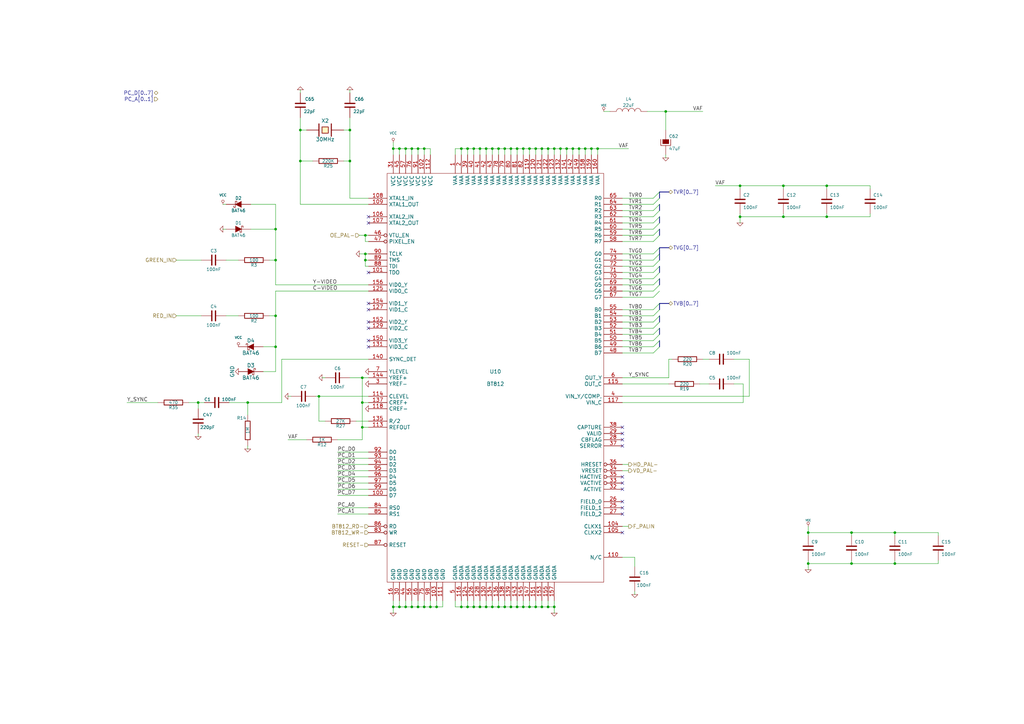
<source format=kicad_sch>
(kicad_sch (version 20200512) (host eeschema "(5.99.0-1735-ga49fde5ce-dirty)")
  (page 1 8)
  (paper "A3")
  (title_block (title "Video") (date "Sun 22 Mar 2015") (rev "2.0B") (company "Kicad EDA"))
  (lib_symbols
    (symbol "video_schlib:BT812" (pin_names (offset 0.762))
      (property "Reference" "U" (at 47.498 85.09 0))
      (property "Value" "BT812" (at 31.242 -85.09 0))
      (symbol "BT812_0_1"
        (rectangle (start -44.45 -83.82) (end 44.45 83.82))
      )
      (symbol "BT812_1_1"
        (pin input line (at -16.51 91.44 270) (length 7.62) (name "VAA") (number "1"))
        (pin tri_state line (at -52.07 -48.26 0) (length 7.62) (name "D7") (number "100"))
        (pin output line (at -52.07 43.18 0) (length 7.62) (name "TDO") (number "101"))
        (pin input line (at -29.21 91.44 270) (length 7.62) (name "VCC") (number "102"))
        (pin input line (at -24.13 -91.44 90) (length 7.62) (name "GND") (number "103"))
        (pin output line (at 52.07 -60.96 180) (length 7.62) (name "CLKX1") (number "104"))
        (pin output line (at 52.07 -63.5 180) (length 7.62) (name "CLKX2") (number "105"))
        (pin input line (at -52.07 66.04 0) (length 7.62) (name "XTAL2_IN") (number "106"))
        (pin output line (at -52.07 63.5 0) (length 7.62) (name "XTAL2_OUT") (number "107"))
        (pin input line (at -52.07 73.66 0) (length 7.62) (name "XTAL1_IN") (number "108"))
        (pin output line (at -52.07 71.12 0) (length 7.62) (name "XTAL1_OUT") (number "109"))
        (pin input line (at 52.07 -73.66 180) (length 7.62) (name "N/C") (number "110"))
        (pin input line (at -21.59 -91.44 90) (length 7.62) (name "GND") (number "111"))
        (pin input line (at -26.67 91.44 270) (length 7.62) (name "VCC") (number "112"))
        (pin output line (at -52.07 -20.32 0) (length 7.62) (name "REFOUT") (number "113"))
        (pin input line (at -52.07 -7.62 0) (length 7.62) (name "CLEVEL") (number "114"))
        (pin output line (at 52.07 -2.54 180) (length 7.62) (name "OUT_C") (number "115"))
        (pin input line (at -13.97 -91.44 90) (length 7.62) (name "GNDA") (number "116"))
        (pin input line (at 52.07 -10.16 180) (length 7.62) (name "VIN_C") (number "117"))
        (pin input line (at -52.07 -12.7 0) (length 7.62) (name "CREF-") (number "118"))
        (pin input line (at 13.97 91.44 270) (length 7.62) (name "VAA") (number "119"))
        (pin input line (at 16.51 91.44 270) (length 7.62) (name "VAA") (number "120"))
        (pin input line (at 19.05 91.44 270) (length 7.62) (name "VAA") (number "121"))
        (pin input line (at 21.59 91.44 270) (length 7.62) (name "VAA") (number "122"))
        (pin passive line (at 24.13 91.44 270) (length 7.62) (name "VAA") (number "123"))
        (pin input line (at -11.43 -91.44 90) (length 7.62) (name "GNDA") (number "124"))
        (pin input line (at -52.07 35.56 0) (length 7.62) (name "VID0_C") (number "125"))
        (pin input line (at -8.89 -91.44 90) (length 7.62) (name "GNDA") (number "126"))
        (pin input line (at -52.07 27.94 0) (length 7.62) (name "VID1_C") (number "127"))
        (pin input line (at -6.35 -91.44 90) (length 7.62) (name "GNDA") (number "128"))
        (pin input line (at -52.07 20.32 0) (length 7.62) (name "VID2_C") (number "129"))
        (pin input line (at -3.81 -91.44 90) (length 7.62) (name "GNDA") (number "130"))
        (pin input line (at -52.07 12.7 0) (length 7.62) (name "VID3_C") (number "131"))
        (pin input line (at 26.67 91.44 270) (length 7.62) (name "VAA") (number "132"))
        (pin input line (at -1.27 -91.44 90) (length 7.62) (name "GNDA") (number "134"))
        (pin input line (at -52.07 -17.78 0) (length 7.62) (name "R/2") (number "135"))
        (pin input line (at 1.27 -91.44 90) (length 7.62) (name "GNDA") (number "136"))
        (pin input line (at -52.07 -10.16 0) (length 7.62) (name "CREF+") (number "137"))
        (pin input line (at 3.81 -91.44 90) (length 7.62) (name "GNDA") (number "138"))
        (pin input line (at 6.35 -91.44 90) (length 7.62) (name "GNDA") (number "139"))
        (pin input line (at -52.07 7.62 0) (length 7.62) (name "SYNC_DET") (number "140"))
        (pin input line (at 29.21 91.44 270) (length 7.62) (name "VAA") (number "141"))
        (pin input line (at 31.75 91.44 270) (length 7.62) (name "VAA") (number "142"))
        (pin input line (at 8.89 -91.44 90) (length 7.62) (name "GNDA") (number "143"))
        (pin input line (at -52.07 0 0) (length 7.62) (name "YREF+") (number "144"))
        (pin input line (at 11.43 -91.44 90) (length 7.62) (name "GNDA") (number "145"))
        (pin input line (at 13.97 -91.44 90) (length 7.62) (name "GNDA") (number "147"))
        (pin input line (at 34.29 91.44 270) (length 7.62) (name "VAA") (number "149"))
        (pin input line (at -52.07 15.24 0) (length 7.62) (name "VID3_Y") (number "150"))
        (pin input line (at 16.51 -91.44 90) (length 7.62) (name "GNDA") (number "151"))
        (pin input line (at -52.07 22.86 0) (length 7.62) (name "VID2_Y") (number "152"))
        (pin input line (at 19.05 -91.44 90) (length 7.62) (name "GNDA") (number "153"))
        (pin input line (at -52.07 30.48 0) (length 7.62) (name "VID1_Y") (number "154"))
        (pin input line (at 21.59 -91.44 90) (length 7.62) (name "GNDA") (number "155"))
        (pin input line (at -52.07 38.1 0) (length 7.62) (name "VID0_Y") (number "156"))
        (pin input line (at 24.13 -91.44 90) (length 7.62) (name "GNDA") (number "157"))
        (pin input line (at 36.83 91.44 270) (length 7.62) (name "VAA") (number "158"))
        (pin input line (at 39.37 91.44 270) (length 7.62) (name "VAA") (number "159"))
        (pin input line (at -41.91 -91.44 90) (length 7.62) (name "GND") (number "16"))
        (pin input line (at 41.91 91.44 270) (length 7.62) (name "VAA") (number "160"))
        (pin input line (at -13.97 91.44 270) (length 7.62) (name "VAA") (number "2"))
        (pin bidirectional line (at 52.07 -53.34 180) (length 7.62) (name "FIELD_1") (number "25"))
        (pin bidirectional line (at 52.07 -50.8 180) (length 7.62) (name "FIELD_0") (number "26"))
        (pin output line (at 52.07 -55.88 180) (length 7.62) (name "FIELD_2") (number "27"))
        (pin output line (at 52.07 -25.4 180) (length 7.62) (name "CBFLAG") (number "28"))
        (pin output line (at 52.07 -22.86 180) (length 7.62) (name "VALID") (number "29"))
        (pin input line (at -52.07 -2.54 0) (length 7.62) (name "YREF-") (number "3"))
        (pin input line (at -39.37 -91.44 90) (length 7.62) (name "GND") (number "30"))
        (pin input line (at -41.91 91.44 270) (length 7.62) (name "VCC") (number "31"))
        (pin output line (at 52.07 -45.72 180) (length 7.62) (name "ACTIVE") (number "32"))
        (pin output inverted (at 52.07 -43.18 180) (length 7.62) (name "VACTIVE") (number "33"))
        (pin output inverted (at 52.07 -38.1 180) (length 7.62) (name "VRESET") (number "34"))
        (pin output inverted (at 52.07 -40.64 180) (length 7.62) (name "HACTIVE") (number "35"))
        (pin output inverted (at 52.07 -35.56 180) (length 7.62) (name "HRESET") (number "36"))
        (pin output line (at 52.07 -27.94 180) (length 7.62) (name "SERROR") (number "37"))
        (pin output line (at 52.07 -20.32 180) (length 7.62) (name "CAPTURE") (number "38"))
        (pin input line (at -11.43 91.44 270) (length 7.62) (name "VAA") (number "39"))
        (pin input line (at 52.07 -7.62 180) (length 7.62) (name "VIN_Y/COMP.") (number "4"))
        (pin input line (at -8.89 91.44 270) (length 7.62) (name "VAA") (number "40"))
        (pin input line (at -6.35 91.44 270) (length 7.62) (name "VAA") (number "41"))
        (pin input line (at -3.81 91.44 270) (length 7.62) (name "VAA") (number "42"))
        (pin input line (at -1.27 91.44 270) (length 7.62) (name "VAA") (number "43"))
        (pin input line (at -36.83 -91.44 90) (length 7.62) (name "GND") (number "44"))
        (pin input line (at -39.37 91.44 270) (length 7.62) (name "VCC") (number "45"))
        (pin input inverted (at -52.07 58.42 0) (length 7.62) (name "VTU_EN") (number "46"))
        (pin input inverted (at -52.07 55.88 0) (length 7.62) (name "PIXEL_EN") (number "47"))
        (pin tri_state line (at 52.07 10.16 180) (length 7.62) (name "B7") (number "48"))
        (pin tri_state line (at 52.07 12.7 180) (length 7.62) (name "B6") (number "49"))
        (pin input line (at -16.51 -91.44 90) (length 7.62) (name "GNDA") (number "5"))
        (pin tri_state line (at 52.07 15.24 180) (length 7.62) (name "B5") (number "50"))
        (pin tri_state line (at 52.07 17.78 180) (length 7.62) (name "B4") (number "51"))
        (pin tri_state line (at 52.07 20.32 180) (length 7.62) (name "B3") (number "52"))
        (pin tri_state line (at 52.07 22.86 180) (length 7.62) (name "B2") (number "53"))
        (pin tri_state line (at 52.07 25.4 180) (length 7.62) (name "B1") (number "54"))
        (pin tri_state line (at 52.07 27.94 180) (length 7.62) (name "B0") (number "55"))
        (pin input line (at -34.29 -91.44 90) (length 7.62) (name "GND") (number "56"))
        (pin input line (at -36.83 91.44 270) (length 7.62) (name "VCC") (number "57"))
        (pin tri_state line (at 52.07 55.88 180) (length 7.62) (name "R7") (number "58"))
        (pin tri_state line (at 52.07 58.42 180) (length 7.62) (name "R6") (number "59"))
        (pin output line (at 52.07 0 180) (length 7.62) (name "OUT_Y") (number "6"))
        (pin tri_state line (at 52.07 60.96 180) (length 7.62) (name "R5") (number "60"))
        (pin tri_state line (at 52.07 63.5 180) (length 7.62) (name "R4") (number "61"))
        (pin tri_state line (at 52.07 66.04 180) (length 7.62) (name "R3") (number "62"))
        (pin tri_state line (at 52.07 68.58 180) (length 7.62) (name "R2") (number "63"))
        (pin tri_state line (at 52.07 71.12 180) (length 7.62) (name "R1") (number "64"))
        (pin tri_state line (at 52.07 73.66 180) (length 7.62) (name "R0") (number "65"))
        (pin input line (at -31.75 -91.44 90) (length 7.62) (name "GND") (number "66"))
        (pin tri_state line (at 52.07 33.02 180) (length 7.62) (name "G7") (number "67"))
        (pin tri_state line (at 52.07 35.56 180) (length 7.62) (name "G6") (number "68"))
        (pin tri_state line (at 52.07 38.1 180) (length 7.62) (name "G5") (number "69"))
        (pin input line (at -52.07 2.54 0) (length 7.62) (name "YLEVEL") (number "7"))
        (pin tri_state line (at 52.07 40.64 180) (length 7.62) (name "G4") (number "70"))
        (pin tri_state line (at 52.07 43.18 180) (length 7.62) (name "G3") (number "71"))
        (pin tri_state line (at 52.07 45.72 180) (length 7.62) (name "G2") (number "72"))
        (pin tri_state line (at 52.07 48.26 180) (length 7.62) (name "G1") (number "73"))
        (pin tri_state line (at 52.07 50.8 180) (length 7.62) (name "G0") (number "74"))
        (pin input line (at -29.21 -91.44 90) (length 7.62) (name "GND") (number "75"))
        (pin input line (at -34.29 91.44 270) (length 7.62) (name "VCC") (number "76"))
        (pin input line (at 1.27 91.44 270) (length 7.62) (name "VAA") (number "78"))
        (pin input line (at 3.81 91.44 270) (length 7.62) (name "VAA") (number "79"))
        (pin input line (at 6.35 91.44 270) (length 7.62) (name "VAA") (number "80"))
        (pin input line (at 8.89 91.44 270) (length 7.62) (name "VAA") (number "81"))
        (pin input line (at 11.43 91.44 270) (length 7.62) (name "VAA") (number "82"))
        (pin input inverted (at -52.07 -63.5 0) (length 7.62) (name "WR") (number "83"))
        (pin input line (at -52.07 -53.34 0) (length 7.62) (name "RS0") (number "84"))
        (pin input line (at -52.07 -55.88 0) (length 7.62) (name "RS1") (number "85"))
        (pin input inverted (at -52.07 -60.96 0) (length 7.62) (name "RD") (number "86"))
        (pin input inverted (at -52.07 -68.58 0) (length 7.62) (name "RESET") (number "87"))
        (pin input line (at -52.07 45.72 0) (length 7.62) (name "TDI") (number "88"))
        (pin input line (at -52.07 48.26 0) (length 7.62) (name "TMS") (number "89"))
        (pin input line (at -52.07 50.8 0) (length 7.62) (name "TCLK") (number "90"))
        (pin passive line (at -31.75 91.44 270) (length 7.62) (name "VCC") (number "91"))
        (pin tri_state line (at -52.07 -30.48 0) (length 7.62) (name "D0") (number "92"))
        (pin tri_state line (at -52.07 -33.02 0) (length 7.62) (name "D1") (number "93"))
        (pin tri_state line (at -52.07 -35.56 0) (length 7.62) (name "D2") (number "94"))
        (pin tri_state line (at -52.07 -38.1 0) (length 7.62) (name "D3") (number "95"))
        (pin tri_state line (at -52.07 -40.64 0) (length 7.62) (name "D4") (number "96"))
        (pin tri_state line (at -52.07 -43.18 0) (length 7.62) (name "D5") (number "97"))
        (pin input line (at -26.67 -91.44 90) (length 7.62) (name "GND") (number "98"))
        (pin tri_state line (at -52.07 -45.72 0) (length 7.62) (name "D6") (number "99"))
      )
    )
    (symbol "video_schlib:C" (pin_numbers hide) (pin_names (offset 0.254))
      (property "Reference" "C" (at 0 2.54 0))
      (property "Value" "C" (at 0.1524 -2.159 0))
      (symbol "C_0_1"
        (polyline (pts (xy -2.032 -0.762) (xy 2.032 -0.762)) (stroke (width 0.508)))
        (polyline (pts (xy -2.032 0.762) (xy 2.032 0.762)) (stroke (width 0.508)))
      )
      (symbol "C_1_1"
        (pin passive line (at 0 5.08 270) (length 4.318) (name "~") (number "1"))
        (pin passive line (at 0 -5.08 90) (length 4.318) (name "~") (number "2"))
      )
    )
    (symbol "video_schlib:CP" (pin_numbers hide) (pin_names (offset 0.254) hide)
      (property "Reference" "C" (at 1.27 2.54 0))
      (property "Value" "CP" (at 1.27 -2.54 0))
      (symbol "CP_0_1"
        (polyline (pts (xy -2.032 1.27) (xy -2.032 -1.27) (xy 2.032 -1.27) (xy 2.032 1.27)) (stroke (width 0.2032)))
        (polyline (pts (xy -1.27 1.27) (xy -1.27 -0.508) (xy 1.27 -0.508) (xy 1.27 1.27)) (fill (type outline)))
      )
      (symbol "CP_1_1"
        (pin passive line (at 0 5.08 270) (length 3.81) (name "~") (number "1"))
        (pin passive line (at 0 -5.08 90) (length 3.81) (name "~") (number "2"))
      )
    )
    (symbol "video_schlib:CRYSTAL" (pin_numbers hide) (pin_names hide)
      (property "Reference" "X" (at 0 3.81 0))
      (property "Value" "CRYSTAL" (at 0 -3.81 0))
      (symbol "CRYSTAL_0_1"
        (polyline (pts (xy -2.54 2.54) (xy -2.54 -2.54)) (stroke (width 0.4064)))
        (polyline (pts (xy 2.54 2.54) (xy 2.54 -2.54)) (stroke (width 0.4064)))
        (polyline (pts (xy -1.27 1.27) (xy 1.27 1.27) (xy 1.27 -1.27) (xy -1.27 -1.27) (xy -1.27 1.27)) (stroke (width 0.3048)) (fill (type background)))
      )
      (symbol "CRYSTAL_1_1"
        (pin passive line (at -7.62 0 0) (length 5.08) (name "1") (number "1"))
        (pin passive line (at 7.62 0 180) (length 5.08) (name "2") (number "2"))
      )
    )
    (symbol "video_schlib:DIODESCH" (pin_numbers hide) (pin_names hide)
      (property "Reference" "D" (at 0 2.54 0))
      (property "Value" "DIODESCH" (at 0 -2.54 0))
      (symbol "DIODESCH_0_1"
        (polyline (pts (xy -1.27 1.27) (xy 1.27 0) (xy -1.27 -1.27)) (fill (type outline)))
        (polyline (pts (xy 1.905 0.635) (xy 1.905 1.27) (xy 1.27 1.27) (xy 1.27 -1.27) (xy 0.635 -1.27) (xy 0.635 -0.635)) (stroke (width 0.2032)))
      )
      (symbol "DIODESCH_1_1"
        (pin passive line (at -5.08 0 0) (length 3.81) (name "A") (number "1"))
        (pin passive line (at 5.08 0 180) (length 3.81) (name "K") (number "2"))
      )
    )
    (symbol "video_schlib:GND" (power) (pin_names (offset 0))
      (symbol "GND_0_1"
        (polyline (pts (xy -1.27 0) (xy 0 -1.27) (xy 1.27 0) (xy -1.27 0)))
      )
      (symbol "GND_1_1"
        (pin power_in line (at 0 0 90) (length 0) (name "GND") (number "1") hide)
      )
    )
    (symbol "video_schlib:INDUCTOR" (pin_numbers hide) (pin_names hide)
      (property "Reference" "L" (at -1.27 0 90))
      (property "Value" "INDUCTOR" (at 2.54 0 90))
      (symbol "INDUCTOR_0_1"
        (arc (start 0.0254 -5.0546) (end 0.0254 -2.54) (radius (at 0 -3.81) (length 1.27) (angles -88.9 88.9)))
        (arc (start 0.0254 -2.5146) (end 0.0254 0.0508) (radius (at 0 -1.2446) (length 1.2954) (angles -88.9 88.9)))
        (arc (start 0.0254 0.0254) (end 0.0254 2.5908) (radius (at 0 1.2954) (length 1.2954) (angles -88.9 88.9)))
        (arc (start 0.0254 2.5654) (end 0.0254 4.9784) (radius (at 0 3.7592) (length 1.2192) (angles -88.9 88.9)))
      )
      (symbol "INDUCTOR_1_1"
        (pin passive line (at 0 7.62 270) (length 2.54) (name "1") (number "1"))
        (pin passive line (at 0 -7.62 90) (length 2.54) (name "2") (number "2"))
      )
    )
    (symbol "video_schlib:R" (pin_numbers hide) (pin_names (offset 0))
      (property "Reference" "R" (at 2.032 0 90))
      (property "Value" "R" (at 0.1778 0.0254 90))
      (symbol "R_0_1"
        (rectangle (start -1.016 3.81) (end 1.016 -3.81) (stroke (width 0.3048)))
      )
      (symbol "R_1_1"
        (pin passive line (at 0 6.35 270) (length 2.54) (name "~") (number "1"))
        (pin passive line (at 0 -6.35 90) (length 2.54) (name "~") (number "2"))
      )
    )
    (symbol "video_schlib:VCC" (power) (pin_names (offset 0))
      (property "Value" "VCC" (at 0 2.54 0))
      (symbol "VCC_0_1"
        (circle (center 0 1.27) (radius 0.508))
        (polyline (pts (xy 0 0) (xy 0 0.762) (xy 0 0.762)))
      )
      (symbol "VCC_0_0"
        (pin power_in line (at 0 0 90) (length 0) (name "VCC") (number "1") hide)
      )
    )
  )
  (junction (at 81.28 165.1))
  (junction (at 101.6 165.1))
  (junction (at 113.03 93.98))
  (junction (at 113.03 106.68))
  (junction (at 113.03 129.54))
  (junction (at 113.03 142.24))
  (junction (at 123.19 53.34))
  (junction (at 123.19 66.04))
  (junction (at 130.81 162.56))
  (junction (at 143.51 53.34))
  (junction (at 143.51 66.04))
  (junction (at 148.59 154.94))
  (junction (at 148.59 165.1))
  (junction (at 148.59 175.26))
  (junction (at 149.86 96.52))
  (junction (at 149.86 104.14))
  (junction (at 149.86 106.68))
  (junction (at 161.29 60.96))
  (junction (at 161.29 248.92))
  (junction (at 163.83 60.96))
  (junction (at 163.83 248.92))
  (junction (at 166.37 60.96))
  (junction (at 166.37 248.92))
  (junction (at 168.91 60.96))
  (junction (at 168.91 248.92))
  (junction (at 171.45 60.96))
  (junction (at 171.45 248.92))
  (junction (at 173.99 60.96))
  (junction (at 173.99 248.92))
  (junction (at 176.53 248.92))
  (junction (at 179.07 248.92))
  (junction (at 189.23 60.96))
  (junction (at 189.23 248.92))
  (junction (at 191.77 60.96))
  (junction (at 191.77 248.92))
  (junction (at 194.31 60.96))
  (junction (at 194.31 248.92))
  (junction (at 196.85 60.96))
  (junction (at 196.85 248.92))
  (junction (at 199.39 60.96))
  (junction (at 199.39 248.92))
  (junction (at 201.93 60.96))
  (junction (at 201.93 248.92))
  (junction (at 204.47 60.96))
  (junction (at 204.47 248.92))
  (junction (at 207.01 60.96))
  (junction (at 207.01 248.92))
  (junction (at 209.55 60.96))
  (junction (at 209.55 248.92))
  (junction (at 212.09 60.96))
  (junction (at 212.09 248.92))
  (junction (at 214.63 60.96))
  (junction (at 214.63 248.92))
  (junction (at 217.17 60.96))
  (junction (at 217.17 248.92))
  (junction (at 219.71 60.96))
  (junction (at 219.71 248.92))
  (junction (at 222.25 60.96))
  (junction (at 222.25 248.92))
  (junction (at 224.79 60.96))
  (junction (at 224.79 248.92))
  (junction (at 227.33 60.96))
  (junction (at 227.33 248.92))
  (junction (at 229.87 60.96))
  (junction (at 232.41 60.96))
  (junction (at 234.95 60.96))
  (junction (at 237.49 60.96))
  (junction (at 240.03 60.96))
  (junction (at 242.57 60.96))
  (junction (at 245.11 60.96))
  (junction (at 273.05 45.72))
  (junction (at 303.53 76.2))
  (junction (at 303.53 88.9))
  (junction (at 321.31 76.2))
  (junction (at 321.31 88.9))
  (junction (at 331.47 218.44))
  (junction (at 331.47 231.14))
  (junction (at 339.09 76.2))
  (junction (at 339.09 88.9))
  (junction (at 349.25 218.44))
  (junction (at 349.25 231.14))
  (junction (at 367.03 218.44))
  (junction (at 367.03 231.14))
  (no_connect (at 151.13 134.62))
  (no_connect (at 255.27 177.8))
  (no_connect (at 151.13 91.44))
  (no_connect (at 151.13 127))
  (no_connect (at 255.27 195.58))
  (no_connect (at 255.27 198.12))
  (no_connect (at 255.27 182.88))
  (no_connect (at 151.13 132.08))
  (no_connect (at 255.27 205.74))
  (no_connect (at 255.27 210.82))
  (no_connect (at 255.27 218.44))
  (no_connect (at 255.27 200.66))
  (no_connect (at 151.13 142.24))
  (no_connect (at 151.13 111.76))
  (no_connect (at 151.13 124.46))
  (no_connect (at 151.13 88.9))
  (no_connect (at 255.27 175.26))
  (no_connect (at 151.13 139.7))
  (no_connect (at 255.27 180.34))
  (no_connect (at 255.27 208.28))
  (bus_entry (at 267.97 81.28) (size 2.54 -2.54))
  (bus_entry (at 267.97 83.82) (size 2.54 -2.54))
  (bus_entry (at 267.97 86.36) (size 2.54 -2.54))
  (bus_entry (at 267.97 88.9) (size 2.54 -2.54))
  (bus_entry (at 267.97 91.44) (size 2.54 -2.54))
  (bus_entry (at 267.97 93.98) (size 2.54 -2.54))
  (bus_entry (at 267.97 96.52) (size 2.54 -2.54))
  (bus_entry (at 267.97 99.06) (size 2.54 -2.54))
  (bus_entry (at 267.97 104.14) (size 2.54 -2.54))
  (bus_entry (at 267.97 106.68) (size 2.54 -2.54))
  (bus_entry (at 267.97 109.22) (size 2.54 -2.54))
  (bus_entry (at 267.97 111.76) (size 2.54 -2.54))
  (bus_entry (at 267.97 114.3) (size 2.54 -2.54))
  (bus_entry (at 267.97 116.84) (size 2.54 -2.54))
  (bus_entry (at 267.97 119.38) (size 2.54 -2.54))
  (bus_entry (at 267.97 121.92) (size 2.54 -2.54))
  (bus_entry (at 267.97 127) (size 2.54 -2.54))
  (bus_entry (at 267.97 129.54) (size 2.54 -2.54))
  (bus_entry (at 267.97 132.08) (size 2.54 -2.54))
  (bus_entry (at 267.97 134.62) (size 2.54 -2.54))
  (bus_entry (at 267.97 137.16) (size 2.54 -2.54))
  (bus_entry (at 267.97 139.7) (size 2.54 -2.54))
  (bus_entry (at 267.97 142.24) (size 2.54 -2.54))
  (bus_entry (at 267.97 144.78) (size 2.54 -2.54))
  (wire (pts (xy 52.07 165.1) (xy 64.77 165.1)))
  (wire (pts (xy 72.39 106.68) (xy 82.55 106.68)))
  (wire (pts (xy 72.39 129.54) (xy 82.55 129.54)))
  (wire (pts (xy 77.47 165.1) (xy 81.28 165.1)))
  (wire (pts (xy 81.28 165.1) (xy 81.28 167.64)))
  (wire (pts (xy 81.28 165.1) (xy 83.82 165.1)))
  (wire (pts (xy 81.28 177.8) (xy 81.28 179.07)))
  (wire (pts (xy 91.44 83.82) (xy 92.71 83.82)))
  (wire (pts (xy 91.44 93.98) (xy 92.71 93.98)))
  (wire (pts (xy 92.71 106.68) (xy 97.79 106.68)))
  (wire (pts (xy 92.71 129.54) (xy 97.79 129.54)))
  (wire (pts (xy 93.98 165.1) (xy 101.6 165.1)))
  (wire (pts (xy 101.6 165.1) (xy 101.6 170.18)))
  (wire (pts (xy 101.6 165.1) (xy 115.57 165.1)))
  (wire (pts (xy 101.6 182.88) (xy 101.6 184.15)))
  (wire (pts (xy 102.87 83.82) (xy 113.03 83.82)))
  (wire (pts (xy 102.87 93.98) (xy 113.03 93.98)))
  (wire (pts (xy 107.95 142.24) (xy 113.03 142.24)))
  (wire (pts (xy 110.49 106.68) (xy 113.03 106.68)))
  (wire (pts (xy 110.49 129.54) (xy 113.03 129.54)))
  (wire (pts (xy 113.03 83.82) (xy 113.03 93.98)))
  (wire (pts (xy 113.03 93.98) (xy 113.03 106.68)))
  (wire (pts (xy 113.03 106.68) (xy 113.03 116.84)))
  (wire (pts (xy 113.03 116.84) (xy 151.13 116.84)))
  (wire (pts (xy 113.03 119.38) (xy 113.03 129.54)))
  (wire (pts (xy 113.03 129.54) (xy 113.03 142.24)))
  (wire (pts (xy 113.03 142.24) (xy 113.03 152.4)))
  (wire (pts (xy 113.03 152.4) (xy 107.95 152.4)))
  (wire (pts (xy 115.57 165.1) (xy 115.57 147.32)))
  (wire (pts (xy 118.11 162.56) (xy 119.38 162.56)))
  (wire (pts (xy 118.11 180.34) (xy 125.73 180.34)))
  (wire (pts (xy 123.19 38.1) (xy 123.19 36.83)))
  (wire (pts (xy 123.19 48.26) (xy 123.19 53.34)))
  (wire (pts (xy 123.19 53.34) (xy 123.19 66.04)))
  (wire (pts (xy 123.19 53.34) (xy 125.73 53.34)))
  (wire (pts (xy 123.19 66.04) (xy 123.19 83.82)))
  (wire (pts (xy 123.19 66.04) (xy 128.27 66.04)))
  (wire (pts (xy 123.19 83.82) (xy 151.13 83.82)))
  (wire (pts (xy 129.54 162.56) (xy 130.81 162.56)))
  (wire (pts (xy 130.81 162.56) (xy 130.81 172.72)))
  (wire (pts (xy 130.81 162.56) (xy 151.13 162.56)))
  (wire (pts (xy 130.81 172.72) (xy 133.35 172.72)))
  (wire (pts (xy 132.08 154.94) (xy 133.35 154.94)))
  (wire (pts (xy 138.43 185.42) (xy 151.13 185.42)))
  (wire (pts (xy 138.43 187.96) (xy 151.13 187.96)))
  (wire (pts (xy 138.43 190.5) (xy 151.13 190.5)))
  (wire (pts (xy 138.43 193.04) (xy 151.13 193.04)))
  (wire (pts (xy 138.43 195.58) (xy 151.13 195.58)))
  (wire (pts (xy 138.43 198.12) (xy 151.13 198.12)))
  (wire (pts (xy 138.43 200.66) (xy 151.13 200.66)))
  (wire (pts (xy 138.43 203.2) (xy 151.13 203.2)))
  (wire (pts (xy 138.43 208.28) (xy 151.13 208.28)))
  (wire (pts (xy 138.43 210.82) (xy 151.13 210.82)))
  (wire (pts (xy 140.97 53.34) (xy 143.51 53.34)))
  (wire (pts (xy 140.97 66.04) (xy 143.51 66.04)))
  (wire (pts (xy 143.51 36.83) (xy 143.51 38.1)))
  (wire (pts (xy 143.51 48.26) (xy 143.51 53.34)))
  (wire (pts (xy 143.51 53.34) (xy 143.51 66.04)))
  (wire (pts (xy 143.51 66.04) (xy 143.51 81.28)))
  (wire (pts (xy 143.51 81.28) (xy 151.13 81.28)))
  (wire (pts (xy 143.51 154.94) (xy 148.59 154.94)))
  (wire (pts (xy 146.05 172.72) (xy 151.13 172.72)))
  (wire (pts (xy 147.32 96.52) (xy 149.86 96.52)))
  (wire (pts (xy 147.32 104.14) (xy 149.86 104.14)))
  (wire (pts (xy 148.59 154.94) (xy 148.59 165.1)))
  (wire (pts (xy 148.59 154.94) (xy 151.13 154.94)))
  (wire (pts (xy 148.59 165.1) (xy 148.59 175.26)))
  (wire (pts (xy 148.59 165.1) (xy 151.13 165.1)))
  (wire (pts (xy 148.59 175.26) (xy 148.59 180.34)))
  (wire (pts (xy 148.59 175.26) (xy 151.13 175.26)))
  (wire (pts (xy 148.59 180.34) (xy 138.43 180.34)))
  (wire (pts (xy 149.86 96.52) (xy 151.13 96.52)))
  (wire (pts (xy 149.86 99.06) (xy 149.86 96.52)))
  (wire (pts (xy 149.86 104.14) (xy 149.86 106.68)))
  (wire (pts (xy 149.86 104.14) (xy 151.13 104.14)))
  (wire (pts (xy 149.86 106.68) (xy 149.86 109.22)))
  (wire (pts (xy 149.86 106.68) (xy 151.13 106.68)))
  (wire (pts (xy 149.86 109.22) (xy 151.13 109.22)))
  (wire (pts (xy 151.13 99.06) (xy 149.86 99.06)))
  (wire (pts (xy 151.13 119.38) (xy 113.03 119.38)))
  (wire (pts (xy 151.13 147.32) (xy 115.57 147.32)))
  (wire (pts (xy 161.29 58.42) (xy 161.29 60.96)))
  (wire (pts (xy 161.29 60.96) (xy 161.29 63.5)))
  (wire (pts (xy 161.29 60.96) (xy 163.83 60.96)))
  (wire (pts (xy 161.29 246.38) (xy 161.29 248.92)))
  (wire (pts (xy 161.29 248.92) (xy 161.29 251.46)))
  (wire (pts (xy 161.29 248.92) (xy 163.83 248.92)))
  (wire (pts (xy 163.83 60.96) (xy 163.83 63.5)))
  (wire (pts (xy 163.83 60.96) (xy 166.37 60.96)))
  (wire (pts (xy 163.83 246.38) (xy 163.83 248.92)))
  (wire (pts (xy 163.83 248.92) (xy 166.37 248.92)))
  (wire (pts (xy 166.37 60.96) (xy 166.37 63.5)))
  (wire (pts (xy 166.37 60.96) (xy 168.91 60.96)))
  (wire (pts (xy 166.37 246.38) (xy 166.37 248.92)))
  (wire (pts (xy 166.37 248.92) (xy 168.91 248.92)))
  (wire (pts (xy 168.91 60.96) (xy 168.91 63.5)))
  (wire (pts (xy 168.91 60.96) (xy 171.45 60.96)))
  (wire (pts (xy 168.91 246.38) (xy 168.91 248.92)))
  (wire (pts (xy 168.91 248.92) (xy 171.45 248.92)))
  (wire (pts (xy 171.45 60.96) (xy 171.45 63.5)))
  (wire (pts (xy 171.45 60.96) (xy 173.99 60.96)))
  (wire (pts (xy 171.45 246.38) (xy 171.45 248.92)))
  (wire (pts (xy 171.45 248.92) (xy 173.99 248.92)))
  (wire (pts (xy 173.99 60.96) (xy 173.99 63.5)))
  (wire (pts (xy 173.99 60.96) (xy 176.53 60.96)))
  (wire (pts (xy 173.99 246.38) (xy 173.99 248.92)))
  (wire (pts (xy 173.99 248.92) (xy 176.53 248.92)))
  (wire (pts (xy 176.53 60.96) (xy 176.53 63.5)))
  (wire (pts (xy 176.53 246.38) (xy 176.53 248.92)))
  (wire (pts (xy 176.53 248.92) (xy 179.07 248.92)))
  (wire (pts (xy 179.07 246.38) (xy 179.07 248.92)))
  (wire (pts (xy 179.07 248.92) (xy 181.61 248.92)))
  (wire (pts (xy 181.61 248.92) (xy 181.61 246.38)))
  (wire (pts (xy 186.69 60.96) (xy 186.69 63.5)))
  (wire (pts (xy 186.69 60.96) (xy 189.23 60.96)))
  (wire (pts (xy 186.69 248.92) (xy 186.69 246.38)))
  (wire (pts (xy 186.69 248.92) (xy 189.23 248.92)))
  (wire (pts (xy 189.23 60.96) (xy 189.23 63.5)))
  (wire (pts (xy 189.23 60.96) (xy 191.77 60.96)))
  (wire (pts (xy 189.23 246.38) (xy 189.23 248.92)))
  (wire (pts (xy 189.23 248.92) (xy 191.77 248.92)))
  (wire (pts (xy 191.77 60.96) (xy 191.77 63.5)))
  (wire (pts (xy 191.77 60.96) (xy 194.31 60.96)))
  (wire (pts (xy 191.77 246.38) (xy 191.77 248.92)))
  (wire (pts (xy 191.77 248.92) (xy 194.31 248.92)))
  (wire (pts (xy 194.31 60.96) (xy 194.31 63.5)))
  (wire (pts (xy 194.31 60.96) (xy 196.85 60.96)))
  (wire (pts (xy 194.31 246.38) (xy 194.31 248.92)))
  (wire (pts (xy 194.31 248.92) (xy 196.85 248.92)))
  (wire (pts (xy 196.85 60.96) (xy 196.85 63.5)))
  (wire (pts (xy 196.85 60.96) (xy 199.39 60.96)))
  (wire (pts (xy 196.85 246.38) (xy 196.85 248.92)))
  (wire (pts (xy 196.85 248.92) (xy 199.39 248.92)))
  (wire (pts (xy 199.39 60.96) (xy 199.39 63.5)))
  (wire (pts (xy 199.39 60.96) (xy 201.93 60.96)))
  (wire (pts (xy 199.39 246.38) (xy 199.39 248.92)))
  (wire (pts (xy 199.39 248.92) (xy 201.93 248.92)))
  (wire (pts (xy 201.93 60.96) (xy 201.93 63.5)))
  (wire (pts (xy 201.93 60.96) (xy 204.47 60.96)))
  (wire (pts (xy 201.93 246.38) (xy 201.93 248.92)))
  (wire (pts (xy 201.93 248.92) (xy 204.47 248.92)))
  (wire (pts (xy 204.47 60.96) (xy 204.47 63.5)))
  (wire (pts (xy 204.47 60.96) (xy 207.01 60.96)))
  (wire (pts (xy 204.47 246.38) (xy 204.47 248.92)))
  (wire (pts (xy 204.47 248.92) (xy 207.01 248.92)))
  (wire (pts (xy 207.01 60.96) (xy 207.01 63.5)))
  (wire (pts (xy 207.01 60.96) (xy 209.55 60.96)))
  (wire (pts (xy 207.01 246.38) (xy 207.01 248.92)))
  (wire (pts (xy 207.01 248.92) (xy 209.55 248.92)))
  (wire (pts (xy 209.55 60.96) (xy 209.55 63.5)))
  (wire (pts (xy 209.55 60.96) (xy 212.09 60.96)))
  (wire (pts (xy 209.55 246.38) (xy 209.55 248.92)))
  (wire (pts (xy 209.55 248.92) (xy 212.09 248.92)))
  (wire (pts (xy 212.09 60.96) (xy 212.09 63.5)))
  (wire (pts (xy 212.09 60.96) (xy 214.63 60.96)))
  (wire (pts (xy 212.09 246.38) (xy 212.09 248.92)))
  (wire (pts (xy 212.09 248.92) (xy 214.63 248.92)))
  (wire (pts (xy 214.63 60.96) (xy 214.63 63.5)))
  (wire (pts (xy 214.63 60.96) (xy 217.17 60.96)))
  (wire (pts (xy 214.63 246.38) (xy 214.63 248.92)))
  (wire (pts (xy 214.63 248.92) (xy 217.17 248.92)))
  (wire (pts (xy 217.17 60.96) (xy 217.17 63.5)))
  (wire (pts (xy 217.17 60.96) (xy 219.71 60.96)))
  (wire (pts (xy 217.17 246.38) (xy 217.17 248.92)))
  (wire (pts (xy 217.17 248.92) (xy 219.71 248.92)))
  (wire (pts (xy 219.71 60.96) (xy 219.71 63.5)))
  (wire (pts (xy 219.71 60.96) (xy 222.25 60.96)))
  (wire (pts (xy 219.71 246.38) (xy 219.71 248.92)))
  (wire (pts (xy 219.71 248.92) (xy 222.25 248.92)))
  (wire (pts (xy 222.25 60.96) (xy 222.25 63.5)))
  (wire (pts (xy 222.25 60.96) (xy 224.79 60.96)))
  (wire (pts (xy 222.25 246.38) (xy 222.25 248.92)))
  (wire (pts (xy 222.25 248.92) (xy 224.79 248.92)))
  (wire (pts (xy 224.79 60.96) (xy 224.79 63.5)))
  (wire (pts (xy 224.79 60.96) (xy 227.33 60.96)))
  (wire (pts (xy 224.79 246.38) (xy 224.79 248.92)))
  (wire (pts (xy 224.79 248.92) (xy 227.33 248.92)))
  (wire (pts (xy 227.33 60.96) (xy 227.33 63.5)))
  (wire (pts (xy 227.33 60.96) (xy 229.87 60.96)))
  (wire (pts (xy 227.33 246.38) (xy 227.33 248.92)))
  (wire (pts (xy 227.33 248.92) (xy 227.33 251.46)))
  (wire (pts (xy 229.87 60.96) (xy 229.87 63.5)))
  (wire (pts (xy 229.87 60.96) (xy 232.41 60.96)))
  (wire (pts (xy 232.41 60.96) (xy 232.41 63.5)))
  (wire (pts (xy 232.41 60.96) (xy 234.95 60.96)))
  (wire (pts (xy 234.95 60.96) (xy 234.95 63.5)))
  (wire (pts (xy 234.95 60.96) (xy 237.49 60.96)))
  (wire (pts (xy 237.49 60.96) (xy 237.49 63.5)))
  (wire (pts (xy 237.49 60.96) (xy 240.03 60.96)))
  (wire (pts (xy 240.03 60.96) (xy 240.03 63.5)))
  (wire (pts (xy 240.03 60.96) (xy 242.57 60.96)))
  (wire (pts (xy 242.57 60.96) (xy 242.57 63.5)))
  (wire (pts (xy 242.57 60.96) (xy 245.11 60.96)))
  (wire (pts (xy 245.11 60.96) (xy 245.11 63.5)))
  (wire (pts (xy 245.11 60.96) (xy 257.81 60.96)))
  (wire (pts (xy 247.65 45.72) (xy 250.19 45.72)))
  (wire (pts (xy 255.27 81.28) (xy 267.97 81.28)))
  (wire (pts (xy 255.27 83.82) (xy 267.97 83.82)))
  (wire (pts (xy 255.27 86.36) (xy 267.97 86.36)))
  (wire (pts (xy 255.27 88.9) (xy 267.97 88.9)))
  (wire (pts (xy 255.27 91.44) (xy 267.97 91.44)))
  (wire (pts (xy 255.27 93.98) (xy 267.97 93.98)))
  (wire (pts (xy 255.27 96.52) (xy 267.97 96.52)))
  (wire (pts (xy 255.27 99.06) (xy 267.97 99.06)))
  (wire (pts (xy 255.27 104.14) (xy 267.97 104.14)))
  (wire (pts (xy 255.27 106.68) (xy 267.97 106.68)))
  (wire (pts (xy 255.27 109.22) (xy 267.97 109.22)))
  (wire (pts (xy 255.27 111.76) (xy 267.97 111.76)))
  (wire (pts (xy 255.27 114.3) (xy 267.97 114.3)))
  (wire (pts (xy 255.27 116.84) (xy 267.97 116.84)))
  (wire (pts (xy 255.27 119.38) (xy 267.97 119.38)))
  (wire (pts (xy 255.27 121.92) (xy 267.97 121.92)))
  (wire (pts (xy 255.27 127) (xy 267.97 127)))
  (wire (pts (xy 255.27 129.54) (xy 267.97 129.54)))
  (wire (pts (xy 255.27 132.08) (xy 267.97 132.08)))
  (wire (pts (xy 255.27 134.62) (xy 267.97 134.62)))
  (wire (pts (xy 255.27 137.16) (xy 267.97 137.16)))
  (wire (pts (xy 255.27 139.7) (xy 267.97 139.7)))
  (wire (pts (xy 255.27 142.24) (xy 267.97 142.24)))
  (wire (pts (xy 255.27 144.78) (xy 267.97 144.78)))
  (wire (pts (xy 255.27 154.94) (xy 274.32 154.94)))
  (wire (pts (xy 255.27 157.48) (xy 274.32 157.48)))
  (wire (pts (xy 255.27 162.56) (xy 307.34 162.56)))
  (wire (pts (xy 255.27 165.1) (xy 304.8 165.1)))
  (wire (pts (xy 255.27 190.5) (xy 257.81 190.5)))
  (wire (pts (xy 255.27 193.04) (xy 257.81 193.04)))
  (wire (pts (xy 255.27 215.9) (xy 257.81 215.9)))
  (wire (pts (xy 255.27 228.6) (xy 260.35 228.6)))
  (wire (pts (xy 260.35 228.6) (xy 260.35 232.41)))
  (wire (pts (xy 260.35 243.84) (xy 260.35 242.57)))
  (wire (pts (xy 265.43 45.72) (xy 273.05 45.72)))
  (wire (pts (xy 273.05 45.72) (xy 273.05 53.34)))
  (wire (pts (xy 273.05 45.72) (xy 288.29 45.72)))
  (wire (pts (xy 273.05 64.77) (xy 273.05 63.5)))
  (wire (pts (xy 274.32 147.32) (xy 275.59 147.32)))
  (wire (pts (xy 274.32 154.94) (xy 274.32 147.32)))
  (wire (pts (xy 287.02 157.48) (xy 290.83 157.48)))
  (wire (pts (xy 288.29 147.32) (xy 290.83 147.32)))
  (wire (pts (xy 293.37 76.2) (xy 303.53 76.2)))
  (wire (pts (xy 300.99 147.32) (xy 307.34 147.32)))
  (wire (pts (xy 300.99 157.48) (xy 304.8 157.48)))
  (wire (pts (xy 303.53 76.2) (xy 321.31 76.2)))
  (wire (pts (xy 303.53 77.47) (xy 303.53 76.2)))
  (wire (pts (xy 303.53 87.63) (xy 303.53 88.9)))
  (wire (pts (xy 303.53 88.9) (xy 303.53 91.44)))
  (wire (pts (xy 303.53 88.9) (xy 321.31 88.9)))
  (wire (pts (xy 304.8 165.1) (xy 304.8 157.48)))
  (wire (pts (xy 307.34 162.56) (xy 307.34 147.32)))
  (wire (pts (xy 321.31 76.2) (xy 339.09 76.2)))
  (wire (pts (xy 321.31 77.47) (xy 321.31 76.2)))
  (wire (pts (xy 321.31 88.9) (xy 321.31 87.63)))
  (wire (pts (xy 321.31 88.9) (xy 339.09 88.9)))
  (wire (pts (xy 331.47 215.9) (xy 331.47 218.44)))
  (wire (pts (xy 331.47 218.44) (xy 331.47 219.71)))
  (wire (pts (xy 331.47 218.44) (xy 349.25 218.44)))
  (wire (pts (xy 331.47 229.87) (xy 331.47 231.14)))
  (wire (pts (xy 331.47 231.14) (xy 331.47 233.68)))
  (wire (pts (xy 331.47 231.14) (xy 349.25 231.14)))
  (wire (pts (xy 339.09 76.2) (xy 356.87 76.2)))
  (wire (pts (xy 339.09 77.47) (xy 339.09 76.2)))
  (wire (pts (xy 339.09 88.9) (xy 339.09 87.63)))
  (wire (pts (xy 339.09 88.9) (xy 356.87 88.9)))
  (wire (pts (xy 349.25 218.44) (xy 349.25 219.71)))
  (wire (pts (xy 349.25 218.44) (xy 367.03 218.44)))
  (wire (pts (xy 349.25 229.87) (xy 349.25 231.14)))
  (wire (pts (xy 349.25 231.14) (xy 367.03 231.14)))
  (wire (pts (xy 356.87 76.2) (xy 356.87 77.47)))
  (wire (pts (xy 356.87 88.9) (xy 356.87 87.63)))
  (wire (pts (xy 367.03 218.44) (xy 367.03 219.71)))
  (wire (pts (xy 367.03 218.44) (xy 384.81 218.44)))
  (wire (pts (xy 367.03 229.87) (xy 367.03 231.14)))
  (wire (pts (xy 367.03 231.14) (xy 384.81 231.14)))
  (wire (pts (xy 384.81 218.44) (xy 384.81 219.71)))
  (wire (pts (xy 384.81 231.14) (xy 384.81 229.87)))
  (bus (pts (xy 270.51 78.74) (xy 270.51 83.82)))
  (bus (pts (xy 270.51 83.82) (xy 270.51 88.9)))
  (bus (pts (xy 270.51 88.9) (xy 270.51 93.98)))
  (bus (pts (xy 270.51 93.98) (xy 270.51 96.52)))
  (bus (pts (xy 270.51 101.6) (xy 270.51 104.14)))
  (bus (pts (xy 270.51 104.14) (xy 270.51 109.22)))
  (bus (pts (xy 270.51 109.22) (xy 270.51 114.3)))
  (bus (pts (xy 270.51 114.3) (xy 270.51 119.38)))
  (bus (pts (xy 270.51 124.46) (xy 270.51 129.54)))
  (bus (pts (xy 270.51 129.54) (xy 270.51 134.62)))
  (bus (pts (xy 270.51 134.62) (xy 270.51 139.7)))
  (bus (pts (xy 270.51 139.7) (xy 270.51 142.24)))
  (bus (pts (xy 274.32 78.74) (xy 270.51 78.74)))
  (bus (pts (xy 274.32 101.6) (xy 270.51 101.6)))
  (bus (pts (xy 274.32 124.46) (xy 270.51 124.46)))
  (label "Y_SYNC" (at 52.07 165.1 0) (effects (font (size 1.524 1.524))))
  (label "VAF" (at 118.11 180.34 0) (effects (font (size 1.524 1.524))))
  (label "Y-VIDEO" (at 128.27 116.84 0) (effects (font (size 1.524 1.524))))
  (label "C-VIDEO" (at 128.27 119.38 0) (effects (font (size 1.524 1.524))))
  (label "PC_D0" (at 138.43 185.42 0) (effects (font (size 1.524 1.524))))
  (label "PC_D1" (at 138.43 187.96 0) (effects (font (size 1.524 1.524))))
  (label "PC_D2" (at 138.43 190.5 0) (effects (font (size 1.524 1.524))))
  (label "PC_D3" (at 138.43 193.04 0) (effects (font (size 1.524 1.524))))
  (label "PC_D4" (at 138.43 195.58 0) (effects (font (size 1.524 1.524))))
  (label "PC_D5" (at 138.43 198.12 0) (effects (font (size 1.524 1.524))))
  (label "PC_D6" (at 138.43 200.66 0) (effects (font (size 1.524 1.524))))
  (label "PC_D7" (at 138.43 203.2 0) (effects (font (size 1.524 1.524))))
  (label "PC_A0" (at 138.43 208.28 0) (effects (font (size 1.524 1.524))))
  (label "PC_A1" (at 138.43 210.82 0) (effects (font (size 1.524 1.524))))
  (label "VAF" (at 257.81 60.96 180) (effects (font (size 1.524 1.524))))
  (label "TVR0" (at 257.81 81.28 0) (effects (font (size 1.524 1.524))))
  (label "TVR1" (at 257.81 83.82 0) (effects (font (size 1.524 1.524))))
  (label "TVR2" (at 257.81 86.36 0) (effects (font (size 1.524 1.524))))
  (label "TVR3" (at 257.81 88.9 0) (effects (font (size 1.524 1.524))))
  (label "TVR4" (at 257.81 91.44 0) (effects (font (size 1.524 1.524))))
  (label "TVR5" (at 257.81 93.98 0) (effects (font (size 1.524 1.524))))
  (label "TVR6" (at 257.81 96.52 0) (effects (font (size 1.524 1.524))))
  (label "TVR7" (at 257.81 99.06 0) (effects (font (size 1.524 1.524))))
  (label "TVG0" (at 257.81 104.14 0) (effects (font (size 1.524 1.524))))
  (label "TVG1" (at 257.81 106.68 0) (effects (font (size 1.524 1.524))))
  (label "TVG2" (at 257.81 109.22 0) (effects (font (size 1.524 1.524))))
  (label "TVG3" (at 257.81 111.76 0) (effects (font (size 1.524 1.524))))
  (label "TVG4" (at 257.81 114.3 0) (effects (font (size 1.524 1.524))))
  (label "TVG5" (at 257.81 116.84 0) (effects (font (size 1.524 1.524))))
  (label "TVG6" (at 257.81 119.38 0) (effects (font (size 1.524 1.524))))
  (label "TVG7" (at 257.81 121.92 0) (effects (font (size 1.524 1.524))))
  (label "TVB0" (at 257.81 127 0) (effects (font (size 1.524 1.524))))
  (label "TVB1" (at 257.81 129.54 0) (effects (font (size 1.524 1.524))))
  (label "TVB2" (at 257.81 132.08 0) (effects (font (size 1.524 1.524))))
  (label "TVB3" (at 257.81 134.62 0) (effects (font (size 1.524 1.524))))
  (label "TVB4" (at 257.81 137.16 0) (effects (font (size 1.524 1.524))))
  (label "TVB5" (at 257.81 139.7 0) (effects (font (size 1.524 1.524))))
  (label "TVB6" (at 257.81 142.24 0) (effects (font (size 1.524 1.524))))
  (label "TVB7" (at 257.81 144.78 0) (effects (font (size 1.524 1.524))))
  (label "Y_SYNC" (at 257.81 154.94 0) (effects (font (size 1.524 1.524))))
  (label "VAF" (at 288.29 45.72 180) (effects (font (size 1.524 1.524))))
  (label "VAF" (at 293.37 76.2 0) (effects (font (size 1.524 1.524))))
  (hierarchical_label "PC_D[0..7]" (shape bidirectional) (at 64.77 38.1 180) (effects (font (size 1.524 1.524))))
  (hierarchical_label "PC_A[0..1]" (shape input) (at 64.77 40.64 180) (effects (font (size 1.524 1.524))))
  (hierarchical_label "GREEN_IN" (shape input) (at 72.39 106.68 180) (effects (font (size 1.524 1.524))))
  (hierarchical_label "RED_IN" (shape input) (at 72.39 129.54 180) (effects (font (size 1.524 1.524))))
  (hierarchical_label "OE_PAL-" (shape input) (at 147.32 96.52 180) (effects (font (size 1.524 1.524))))
  (hierarchical_label "BT812_RD-" (shape input) (at 151.13 215.9 180) (effects (font (size 1.524 1.524))))
  (hierarchical_label "BT812_WR-" (shape input) (at 151.13 218.44 180) (effects (font (size 1.524 1.524))))
  (hierarchical_label "RESET-" (shape input) (at 151.13 223.52 180) (effects (font (size 1.524 1.524))))
  (hierarchical_label "HD_PAL-" (shape output) (at 257.81 190.5 0) (effects (font (size 1.524 1.524))))
  (hierarchical_label "VD_PAL-" (shape output) (at 257.81 193.04 0) (effects (font (size 1.524 1.524))))
  (hierarchical_label "F_PALIN" (shape output) (at 257.81 215.9 0) (effects (font (size 1.524 1.524))))
  (hierarchical_label "TVR[0..7]" (shape bidirectional) (at 274.32 78.74 0) (effects (font (size 1.524 1.524))))
  (hierarchical_label "TVG[0..7]" (shape bidirectional) (at 274.32 101.6 0) (effects (font (size 1.524 1.524))))
  (hierarchical_label "TVB[0..7]" (shape bidirectional) (at 274.32 124.46 0) (effects (font (size 1.524 1.524))))
  (symbol (lib_id "video_schlib:VCC") (at 91.44 83.82 0) (unit 1)
    (property "Reference" "#VCC056" (effects hide))
    (property "Value" "VCC" (at 91.44 80.01 0) (effects (font (size 1.016 1.016))))
  )
  (symbol (lib_id "video_schlib:VCC") (at 97.79 142.24 0) (unit 1)
    (property "Reference" "#VCC055" (effects hide))
    (property "Value" "VCC" (at 97.79 138.43 0) (effects (font (size 1.016 1.016))))
  )
  (symbol (lib_id "video_schlib:VCC") (at 161.29 58.42 0) (unit 1)
    (property "Reference" "#VCC034" (effects hide))
    (property "Value" "VCC" (at 161.29 54.61 0) (effects (font (size 1.016 1.016))))
  )
  (symbol (lib_id "video_schlib:VCC") (at 247.65 45.72 0) (unit 1)
    (property "Reference" "#VCC054" (effects hide))
    (property "Value" "VCC" (at 247.65 43.18 0) (effects (font (size 0.762 0.762))))
  )
  (symbol (lib_id "video_schlib:VCC") (at 331.47 215.9 0) (unit 1)
    (property "Reference" "#VCC053" (effects hide))
    (property "Value" "VCC" (at 331.47 213.36 0) (effects (font (size 0.762 0.762))))
  )
  (symbol (lib_id "video_schlib:GND") (at 81.28 179.07 0) (unit 1)
    (property "Reference" "#GND036" (effects hide))
    (property "Value" "GND" (effects hide))
  )
  (symbol (lib_id "video_schlib:GND") (at 91.44 93.98 270) (unit 1)
    (property "Reference" "#GND044" (effects hide))
    (property "Value" "GND" (effects hide))
  )
  (symbol (lib_id "video_schlib:GND") (at 97.79 152.4 270) (unit 1)
    (property "Reference" "#GND043" (effects hide))
    (property "Value" "GND" (at 95.25 152.4 0) (effects (font (size 1.524 1.524))))
  )
  (symbol (lib_id "video_schlib:GND") (at 101.6 184.15 0) (unit 1)
    (property "Reference" "#GND035" (effects hide))
    (property "Value" "GND" (effects hide))
  )
  (symbol (lib_id "video_schlib:GND") (at 118.11 162.56 270) (unit 1)
    (property "Reference" "#GND046" (effects hide))
    (property "Value" "GND" (effects hide))
  )
  (symbol (lib_id "video_schlib:GND") (at 123.19 36.83 180) (unit 1)
    (property "Reference" "#GND047" (effects hide))
    (property "Value" "GND" (effects hide))
  )
  (symbol (lib_id "video_schlib:GND") (at 132.08 154.94 270) (unit 1)
    (property "Reference" "#GND045" (effects hide))
    (property "Value" "GND" (effects hide))
  )
  (symbol (lib_id "video_schlib:GND") (at 143.51 36.83 180) (unit 1)
    (property "Reference" "#GND048" (effects hide))
    (property "Value" "GND" (effects hide))
  )
  (symbol (lib_id "video_schlib:GND") (at 147.32 104.14 270) (unit 1)
    (property "Reference" "#GND049" (effects hide))
    (property "Value" "GND" (effects hide))
  )
  (symbol (lib_id "video_schlib:GND") (at 151.13 152.4 270) (unit 1)
    (property "Reference" "#GND040" (effects hide))
    (property "Value" "GND" (effects hide))
  )
  (symbol (lib_id "video_schlib:GND") (at 151.13 157.48 270) (unit 1)
    (property "Reference" "#GND039" (effects hide))
    (property "Value" "GND" (effects hide))
  )
  (symbol (lib_id "video_schlib:GND") (at 151.13 167.64 270) (unit 1)
    (property "Reference" "#GND041" (effects hide))
    (property "Value" "GND" (effects hide))
  )
  (symbol (lib_id "video_schlib:GND") (at 161.29 251.46 0) (unit 1)
    (property "Reference" "#GND037" (effects hide))
    (property "Value" "GND" (effects hide))
  )
  (symbol (lib_id "video_schlib:GND") (at 227.33 251.46 0) (unit 1)
    (property "Reference" "#GND038" (effects hide))
    (property "Value" "GND" (effects hide))
  )
  (symbol (lib_id "video_schlib:GND") (at 260.35 243.84 0) (unit 1)
    (property "Reference" "#GND052" (effects hide))
    (property "Value" "GND" (effects hide))
  )
  (symbol (lib_id "video_schlib:GND") (at 273.05 64.77 0) (unit 1)
    (property "Reference" "#GND050" (effects hide))
    (property "Value" "GND" (effects hide))
  )
  (symbol (lib_id "video_schlib:GND") (at 303.53 91.44 0) (unit 1)
    (property "Reference" "#GND042" (effects hide))
    (property "Value" "GND" (effects hide))
  )
  (symbol (lib_id "video_schlib:GND") (at 331.47 233.68 0) (unit 1)
    (property "Reference" "#GND051" (effects hide))
    (property "Value" "GND" (effects hide))
  )
  (symbol (lib_id "video_schlib:INDUCTOR") (at 257.81 45.72 90) (unit 1)
    (property "Reference" "L4" (at 257.81 40.64 90))
    (property "Value" "22uF" (at 257.81 43.18 90))
    (property "Footprint" "Resistor_SMD:R_1812_4532Metric_Pad1.24x3.50mm_HandSolder" (effects hide))
  )
  (symbol (lib_id "video_schlib:DIODESCH") (at 97.79 83.82 180) (unit 1)
    (property "Reference" "D2" (at 97.79 81.28 0))
    (property "Value" "BAT46" (at 97.79 86.36 0))
    (property "Footprint" "Diode_THT:D_DO-34_SOD68_P7.62mm_Horizontal" (effects hide))
  )
  (symbol (lib_id "video_schlib:DIODESCH") (at 97.79 93.98 0) (unit 1)
    (property "Reference" "D1" (at 97.79 91.44 0))
    (property "Value" "BAT46" (at 97.79 96.52 0))
    (property "Footprint" "Diode_THT:D_DO-34_SOD68_P7.62mm_Horizontal" (effects hide))
  )
  (symbol (lib_id "video_schlib:DIODESCH") (at 102.87 142.24 0) (mirror y) (unit 1)
    (property "Reference" "D4" (at 102.87 139.7 0) (effects (font (size 1.524 1.524))))
    (property "Value" "BAT46" (at 102.87 144.78 0) (effects (font (size 1.524 1.524))))
    (property "Footprint" "Diode_THT:D_DO-34_SOD68_P7.62mm_Horizontal" (effects hide))
  )
  (symbol (lib_id "video_schlib:DIODESCH") (at 102.87 152.4 0) (unit 1)
    (property "Reference" "D3" (at 102.87 149.86 0) (effects (font (size 1.524 1.524))))
    (property "Value" "BAT46" (at 102.87 154.94 0) (effects (font (size 1.524 1.524))))
    (property "Footprint" "Diode_THT:D_DO-34_SOD68_P7.62mm_Horizontal" (effects hide))
  )
  (symbol (lib_id "video_schlib:R") (at 71.12 165.1 270) (unit 1)
    (property "Reference" "R35" (at 71.12 167.132 90))
    (property "Value" "470" (at 71.12 165.1 90))
    (property "Footprint" "Resistor_SMD:R_1206_3216Metric_Pad1.24x1.80mm_HandSolder" (effects hide))
  )
  (symbol (lib_id "video_schlib:R") (at 101.6 176.53 0) (unit 1)
    (property "Reference" "R14" (at 99.06 171.45 0))
    (property "Value" "1M" (at 101.6 176.53 90))
    (property "Footprint" "Resistor_SMD:R_1206_3216Metric_Pad1.24x1.80mm_HandSolder" (effects hide))
  )
  (symbol (lib_id "video_schlib:R") (at 104.14 106.68 270) (unit 1)
    (property "Reference" "R3" (at 104.14 108.712 90))
    (property "Value" "100" (at 104.14 106.68 90))
    (property "Footprint" "Resistor_SMD:R_1206_3216Metric_Pad1.24x1.80mm_HandSolder" (effects hide))
  )
  (symbol (lib_id "video_schlib:R") (at 104.14 129.54 270) (unit 1)
    (property "Reference" "R2" (at 104.14 131.572 90))
    (property "Value" "100" (at 104.14 129.54 90))
    (property "Footprint" "Resistor_SMD:R_1206_3216Metric_Pad1.24x1.80mm_HandSolder" (effects hide))
  )
  (symbol (lib_id "video_schlib:R") (at 132.08 180.34 270) (unit 1)
    (property "Reference" "R12" (at 132.08 182.372 90))
    (property "Value" "1K" (at 132.08 180.34 90))
    (property "Footprint" "Resistor_SMD:R_1206_3216Metric_Pad1.24x1.80mm_HandSolder" (effects hide))
  )
  (symbol (lib_id "video_schlib:R") (at 134.62 66.04 270) (unit 1)
    (property "Reference" "R25" (at 134.62 68.072 90))
    (property "Value" "220K" (at 134.62 66.04 90))
    (property "Footprint" "Resistor_SMD:R_1206_3216Metric_Pad1.24x1.80mm_HandSolder" (effects hide))
  )
  (symbol (lib_id "video_schlib:R") (at 139.7 172.72 270) (unit 1)
    (property "Reference" "R27" (at 139.7 174.752 90))
    (property "Value" "27K" (at 139.7 172.72 90))
    (property "Footprint" "Resistor_SMD:R_1206_3216Metric_Pad1.24x1.80mm_HandSolder" (effects hide))
  )
  (symbol (lib_id "video_schlib:R") (at 280.67 157.48 270) (unit 1)
    (property "Reference" "R19" (at 280.67 159.512 90))
    (property "Value" "220" (at 280.67 157.48 90))
    (property "Footprint" "Resistor_SMD:R_1206_3216Metric_Pad1.24x1.80mm_HandSolder" (effects hide))
  )
  (symbol (lib_id "video_schlib:R") (at 281.94 147.32 270) (unit 1)
    (property "Reference" "R20" (at 281.94 149.352 90))
    (property "Value" "220" (at 281.94 147.32 90))
    (property "Footprint" "Resistor_SMD:R_1206_3216Metric_Pad1.24x1.80mm_HandSolder" (effects hide))
  )
  (symbol (lib_id "video_schlib:CP") (at 273.05 58.42 0) (unit 1)
    (property "Reference" "C62" (at 274.32 55.88 0) (effects (justify left)))
    (property "Value" "47uF" (at 274.32 60.96 0) (effects (justify left)))
    (property "Footprint" "Resistor_SMD:R_1210_3225Metric_Pad1.24x2.70mm_HandSolder" (effects hide))
  )
  (symbol (lib_id "video_schlib:C") (at 81.28 172.72 0) (unit 1)
    (property "Reference" "C47" (at 85.09 170.18 0))
    (property "Value" "220pF" (at 85.09 175.26 0))
    (property "Footprint" "Resistor_SMD:R_1206_3216Metric_Pad1.24x1.80mm_HandSolder" (effects hide))
  )
  (symbol (lib_id "video_schlib:C") (at 87.63 106.68 270) (unit 1)
    (property "Reference" "C3" (at 87.63 102.87 90))
    (property "Value" "100nF" (at 87.63 110.49 90))
    (property "Footprint" "Resistor_SMD:R_1206_3216Metric_Pad1.24x1.80mm_HandSolder" (effects hide))
  )
  (symbol (lib_id "video_schlib:C") (at 87.63 129.54 270) (unit 1)
    (property "Reference" "C4" (at 87.63 125.73 90))
    (property "Value" "100nF" (at 87.63 133.35 90))
    (property "Footprint" "Resistor_SMD:R_1206_3216Metric_Pad1.24x1.80mm_HandSolder" (effects hide))
  )
  (symbol (lib_id "video_schlib:C") (at 88.9 165.1 90) (unit 1)
    (property "Reference" "C1" (at 85.09 163.83 90))
    (property "Value" "100nF" (at 93.98 163.83 90))
    (property "Footprint" "Resistor_SMD:R_1206_3216Metric_Pad1.24x1.80mm_HandSolder" (effects hide))
  )
  (symbol (lib_id "video_schlib:C") (at 123.19 43.18 0) (unit 1)
    (property "Reference" "C65" (at 127 40.64 0))
    (property "Value" "22pF" (at 127 45.72 0))
    (property "Footprint" "Resistor_SMD:R_1206_3216Metric_Pad1.24x1.80mm_HandSolder" (effects hide))
  )
  (symbol (lib_id "video_schlib:C") (at 124.46 162.56 270) (unit 1)
    (property "Reference" "C7" (at 124.46 158.75 90))
    (property "Value" "100nF" (at 124.46 166.37 90))
    (property "Footprint" "Resistor_SMD:R_1206_3216Metric_Pad1.24x1.80mm_HandSolder" (effects hide))
  )
  (symbol (lib_id "video_schlib:C") (at 138.43 154.94 270) (unit 1)
    (property "Reference" "C6" (at 138.43 151.13 90))
    (property "Value" "100nF" (at 138.43 158.75 90))
    (property "Footprint" "Resistor_SMD:R_1206_3216Metric_Pad1.24x1.80mm_HandSolder" (effects hide))
  )
  (symbol (lib_id "video_schlib:C") (at 143.51 43.18 0) (unit 1)
    (property "Reference" "C66" (at 147.32 40.64 0))
    (property "Value" "22pF" (at 147.32 45.72 0))
    (property "Footprint" "Resistor_SMD:R_1206_3216Metric_Pad1.24x1.80mm_HandSolder" (effects hide))
  )
  (symbol (lib_id "video_schlib:C") (at 260.35 237.49 0) (unit 1)
    (property "Reference" "C16" (at 264.16 234.95 0))
    (property "Value" "100nF" (at 264.16 240.03 0))
    (property "Footprint" "Resistor_SMD:R_1206_3216Metric_Pad1.24x1.80mm_HandSolder" (effects hide))
  )
  (symbol (lib_id "video_schlib:C") (at 295.91 147.32 270) (unit 1)
    (property "Reference" "C8" (at 292.1 144.78 90))
    (property "Value" "100nF" (at 300.99 144.78 90))
    (property "Footprint" "Resistor_SMD:R_1206_3216Metric_Pad1.24x1.80mm_HandSolder" (effects hide))
  )
  (symbol (lib_id "video_schlib:C") (at 295.91 157.48 270) (unit 1)
    (property "Reference" "C5" (at 292.1 154.94 90))
    (property "Value" "100nF" (at 300.99 154.94 90))
    (property "Footprint" "Resistor_SMD:R_1206_3216Metric_Pad1.24x1.80mm_HandSolder" (effects hide))
  )
  (symbol (lib_id "video_schlib:C") (at 303.53 82.55 0) (unit 1)
    (property "Reference" "C2" (at 304.8 80.01 0) (effects (justify left)))
    (property "Value" "100nF" (at 304.8 85.09 0) (effects (justify left)))
    (property "Footprint" "Resistor_SMD:R_1206_3216Metric_Pad1.24x1.80mm_HandSolder" (effects hide))
  )
  (symbol (lib_id "video_schlib:C") (at 321.31 82.55 0) (unit 1)
    (property "Reference" "C12" (at 322.58 80.01 0) (effects (justify left)))
    (property "Value" "100nF" (at 322.58 85.09 0) (effects (justify left)))
    (property "Footprint" "Resistor_SMD:R_1206_3216Metric_Pad1.24x1.80mm_HandSolder" (effects hide))
  )
  (symbol (lib_id "video_schlib:C") (at 331.47 224.79 0) (unit 1)
    (property "Reference" "C9" (at 332.74 222.25 0) (effects (justify left)))
    (property "Value" "100nF" (at 332.74 227.33 0) (effects (justify left)))
    (property "Footprint" "Resistor_SMD:R_1206_3216Metric_Pad1.24x1.80mm_HandSolder" (effects hide))
  )
  (symbol (lib_id "video_schlib:C") (at 339.09 82.55 0) (unit 1)
    (property "Reference" "C13" (at 340.36 80.01 0) (effects (justify left)))
    (property "Value" "100nF" (at 340.36 85.09 0) (effects (justify left)))
    (property "Footprint" "Resistor_SMD:R_1206_3216Metric_Pad1.24x1.80mm_HandSolder" (effects hide))
  )
  (symbol (lib_id "video_schlib:C") (at 349.25 224.79 0) (unit 1)
    (property "Reference" "C10" (at 350.52 222.25 0) (effects (justify left)))
    (property "Value" "100nF" (at 350.52 227.33 0) (effects (justify left)))
    (property "Footprint" "Resistor_SMD:R_1206_3216Metric_Pad1.24x1.80mm_HandSolder" (effects hide))
  )
  (symbol (lib_id "video_schlib:C") (at 356.87 82.55 0) (unit 1)
    (property "Reference" "C14" (at 358.14 80.01 0) (effects (justify left)))
    (property "Value" "100nF" (at 358.14 85.09 0) (effects (justify left)))
    (property "Footprint" "Resistor_SMD:R_1206_3216Metric_Pad1.24x1.80mm_HandSolder" (effects hide))
  )
  (symbol (lib_id "video_schlib:C") (at 367.03 224.79 0) (unit 1)
    (property "Reference" "C11" (at 368.3 222.25 0) (effects (justify left)))
    (property "Value" "100nF" (at 368.3 227.33 0) (effects (justify left)))
    (property "Footprint" "Resistor_SMD:R_1206_3216Metric_Pad1.24x1.80mm_HandSolder" (effects hide))
  )
  (symbol (lib_id "video_schlib:C") (at 384.81 224.79 0) (unit 1)
    (property "Reference" "C15" (at 386.08 222.25 0) (effects (justify left)))
    (property "Value" "100nF" (at 386.08 227.33 0) (effects (justify left)))
    (property "Footprint" "Resistor_SMD:R_1206_3216Metric_Pad1.24x1.80mm_HandSolder" (effects hide))
  )
  (symbol (lib_id "video_schlib:CRYSTAL") (at 133.35 53.34 0) (unit 1)
    (property "Reference" "X2" (at 133.35 49.53 0) (effects (font (size 1.524 1.524))))
    (property "Value" "30MHz" (at 133.35 57.15 0) (effects (font (size 1.524 1.524))))
    (property "Footprint" "Crystal:Crystal_HC18-U_Vertical" (effects hide))
  )
  (symbol (lib_id "video_schlib:BT812") (at 203.2 154.94 0) (unit 1)
    (property "Reference" "U10" (at 203.2 152.4 0) (effects (font (size 1.524 1.524))))
    (property "Value" "BT812" (at 203.2 157.48 0) (effects (font (size 1.524 1.524))))
    (property "Footprint" "Package_QFP:PQFP-160_28x28mm_P0.65mm" (effects hide))
  )
)
</source>
